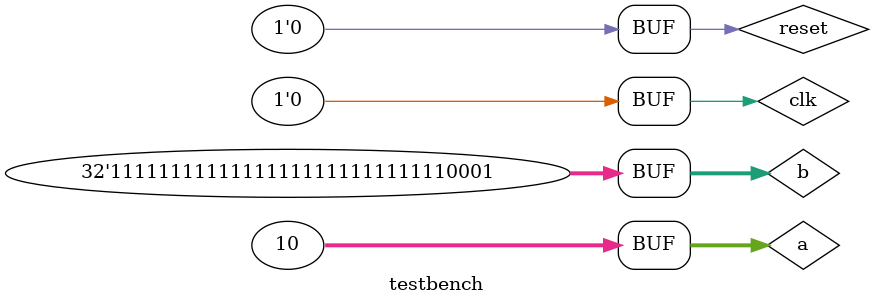
<source format=v>
`timescale 1ns / 1ps

module testbench();
    reg clk = 0;  // Ê±ÖÓÐÅºÅ£¬³õÊ¼ÖµÎª0
    reg reset = 1;  // ¸´Î»ÐÅºÅ£¬³õÊ¼Îª1±íÊ¾¸´Î»×´Ì¬
    reg [31:0] a;  // µÚÒ»¸öÊäÈë£¬32Î»¿í
    reg [31:0] b;  // µÚ¶þ¸öÊäÈë£¬32Î»¿í
    wire [63:0] product;  // ³Ë·¨½á¹û£¬64Î»¿í

    // ÊµÀý»¯³Ë·¨Æ÷Ä£¿é
    MULT_32bit_signed multiplier(
        .clk(clk),
        .reset(reset),
        .a(a),
        .b(b),
        .product(product)
    );

    // Ê±ÖÓÉú³ÉÂß¼­£¬Ã¿5ns·­×ªÒ»´Î£¬²úÉúÒ»¸öÖÜÆÚÎª10nsµÄÊ±ÖÓÐÅºÅ
    //always #500 clk = !clk;

    // ³õÊ¼»¯ºÍ²âÊÔÂß¼­
    initial begin
        $display("Starting the simulation.");
        reset = 1;  // ¿ªÊ¼Ê±ÏÈ½øÐÐ¸´Î»
        #10 reset = 0;  // 10nsºó½â³ý¸´Î»

        a = 10;     // ÉèÖÃÊäÈëaÎª10
        b = -15;    // ÉèÖÃÊäÈëbÎª-15
        #10;        // µÈ´ýÒ»¶ÎÊ±¼äÈÃ³Ë·¨²Ù×÷Íê³É

    end
endmodule

</source>
